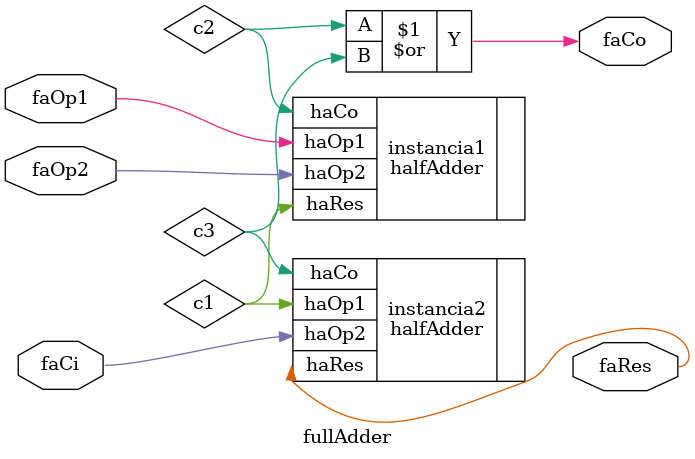
<source format=v>
/* Modulo fullAdder. 
    El modulo fullAdder es un sumador completo hecho a base 
    de dos instancias de medios sumadores previamente hechos.
    Cuenta con las siguientes entradas, salidas y cables:

Entradas:
    inOp1, inOp2: Son entradas de 1 bit y reciben los valores que se sumaran
    inCi: Es una entrada de 1 bit y recive el acarreo de entrada (el cual es el segundo operando de la segunda instancia de halfAdder)

Salidas:
    outRes: Es una salida de 1 bit y da salida al resultado de la suma
    outCo: Es una salida de 1 bit y da salida al acarreo de salida 

wires: 
    c1: Este es un cable de 1 bit y se encarga de conectar la salida de la primer instancia 
        del medio sumador a una de las entradas de la segunda instancia de medio sumador.

    c2: Este es un cable de 1 bit y se encarga de conectar el acarreo de salida de la primera instancia
    con una compuerta OR

    c3: Este es un cable de 1 bit y se encarga de conectar el acarreo de salida de la segunda instancia
    con una compuerta OR 
*/

`timescale 1ns/1ns
module fullAdder(
    input faOp1,    // fullAdderOp1
    input faOp2,
    input faCi,     // fullAdderCarryIn
    output faRes,
    output faCo    // fullAdderCarryOut
);

wire c1;
wire c2;
wire c3;

halfAdder instancia1(
    .haOp1(faOp1),
    .haOp2(faOp2),
    .haRes(c1),
    .haCo(c2)
);

halfAdder instancia2(
    .haOp1(c1),
    .haOp2(faCi),
    .haRes(faRes),
    .haCo(c3)
);

    assign faCo = c2 | c3;

endmodule
</source>
